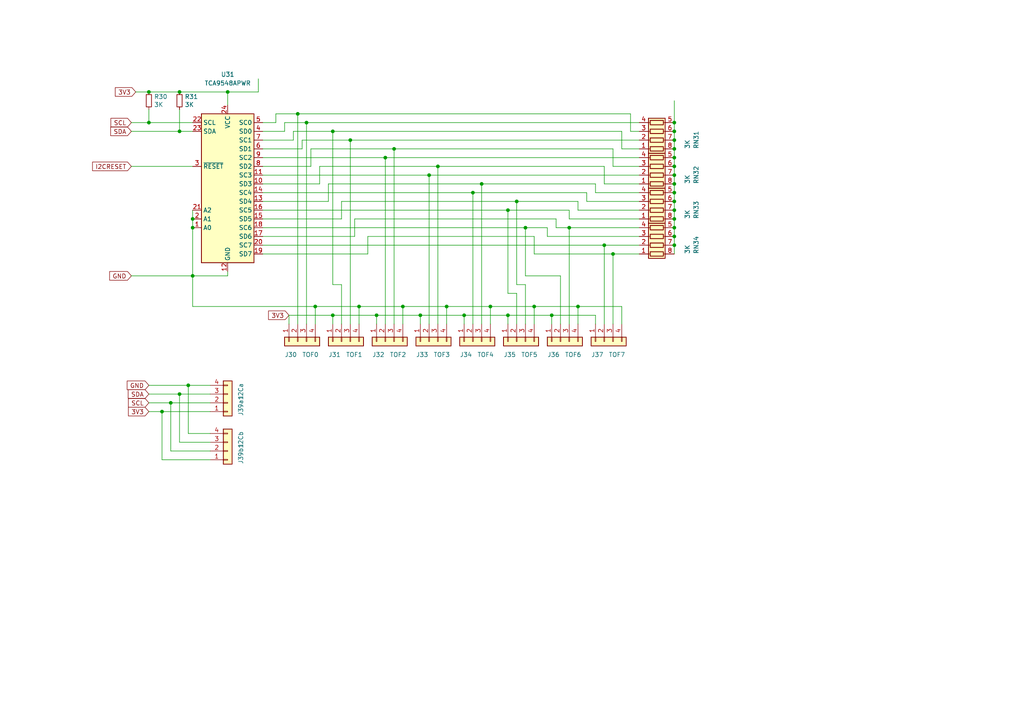
<source format=kicad_sch>
(kicad_sch (version 20250114) (generator "eeschema") (generator_version "9.0")
  (paper "A4")
  (lib_symbols
    (symbol "TeensyMonitorV5-rescue:Conn_01x04-Connector_Generic" (pin_names (offset 1.016) (hide yes))
      (property "Reference" "J" (at 0 5.08 0))
      (property "Value" "TeensyMonitorV5-rescue_Conn_01x04-Connector_Generic" (at 0 -7.62 0))
      (symbol "Conn_01x04-Connector_Generic_1_1"
        (rectangle (start -1.27 3.81) (end 1.27 -6.35) (stroke (width 0.254)) (fill (type background)))
        (rectangle (start -1.27 2.667) (end 0 2.413) (stroke (width 0.1524)))
        (rectangle (start -1.27 0.127) (end 0 -0.127) (stroke (width 0.1524)))
        (rectangle (start -1.27 -2.413) (end 0 -2.667) (stroke (width 0.1524)))
        (rectangle (start -1.27 -4.953) (end 0 -5.207) (stroke (width 0.1524)))
        (pin passive line (at -5.08 2.54 0) (length 3.81) (name "Pin_1") (number "1"))
        (pin passive line (at -5.08 0 0) (length 3.81) (name "Pin_2") (number "2"))
        (pin passive line (at -5.08 -2.54 0) (length 3.81) (name "Pin_3") (number "3"))
        (pin passive line (at -5.08 -5.08 0) (length 3.81) (name "Pin_4") (number "4"))
      )
    )
    (symbol "TeensyMonitorV5-rescue:R_Pack04-Device" (pin_names (offset 0) (hide yes))
      (property "Reference" "RN" (at -7.62 0 90))
      (property "Value" "TeensyMonitorV5-rescue_R_Pack04-Device" (at 5.08 0 90))
      (symbol "R_Pack04-Device_0_1"
        (rectangle (start -6.35 -2.413) (end 3.81 2.413) (stroke (width 0.254)) (fill (type background)))
        (rectangle (start -5.715 1.905) (end -4.445 -1.905) (stroke (width 0.254)))
        (polyline (pts (xy -5.08 1.905) (xy -5.08 2.54)))
        (polyline (pts (xy -5.08 -2.54) (xy -5.08 -1.905)))
        (rectangle (start -3.175 1.905) (end -1.905 -1.905) (stroke (width 0.254)))
        (polyline (pts (xy -2.54 1.905) (xy -2.54 2.54)))
        (polyline (pts (xy -2.54 -2.54) (xy -2.54 -1.905)))
        (rectangle (start -0.635 1.905) (end 0.635 -1.905) (stroke (width 0.254)))
        (polyline (pts (xy 0 1.905) (xy 0 2.54)))
        (polyline (pts (xy 0 -2.54) (xy 0 -1.905)))
        (rectangle (start 1.905 1.905) (end 3.175 -1.905) (stroke (width 0.254)))
        (polyline (pts (xy 2.54 1.905) (xy 2.54 2.54)))
        (polyline (pts (xy 2.54 -2.54) (xy 2.54 -1.905)))
      )
      (symbol "R_Pack04-Device_1_1"
        (pin passive line (at -5.08 5.08 270) (length 2.54) (name "R1.2") (number "8"))
        (pin passive line (at -5.08 -5.08 90) (length 2.54) (name "R1.1") (number "1"))
        (pin passive line (at -2.54 5.08 270) (length 2.54) (name "R2.2") (number "7"))
        (pin passive line (at -2.54 -5.08 90) (length 2.54) (name "R2.1") (number "2"))
        (pin passive line (at 0 5.08 270) (length 2.54) (name "R3.2") (number "6"))
        (pin passive line (at 0 -5.08 90) (length 2.54) (name "R3.1") (number "3"))
        (pin passive line (at 2.54 5.08 270) (length 2.54) (name "R4.2") (number "5"))
        (pin passive line (at 2.54 -5.08 90) (length 2.54) (name "R4.1") (number "4"))
      )
    )
    (symbol "TeensyMonitorV5-rescue:R_Small-Device" (pin_numbers (hide yes)) (pin_names (offset 0.254) (hide yes))
      (property "Reference" "R" (at 0.762 0.508 0))
      (property "Value" "TeensyMonitorV5-rescue_R_Small-Device" (at 0.762 -1.016 0))
      (symbol "R_Small-Device_0_1"
        (rectangle (start -0.762 1.778) (end 0.762 -1.778) (stroke (width 0.2032)))
      )
      (symbol "R_Small-Device_1_1"
        (pin passive line (at 0 2.54 270) (length 0.762) (name "~") (number "1"))
        (pin passive line (at 0 -2.54 90) (length 0.762) (name "~") (number "2"))
      )
    )
    (symbol "TeensyMonitorV5-rescue:TCA9548APWR-Interface_Expansion"
      (property "Reference" "U" (at -7.62 21.59 0))
      (property "Value" "TeensyMonitorV5-rescue_TCA9548APWR-Interface_Expansion" (at 1.016 21.59 0))
      (symbol "TCA9548APWR-Interface_Expansion_0_1"
        (rectangle (start -7.62 20.32) (end 7.62 -22.86) (stroke (width 0.254)) (fill (type background)))
      )
      (symbol "TCA9548APWR-Interface_Expansion_1_1"
        (pin input line (at -10.16 17.78 0) (length 2.54) (name "SCL") (number "22"))
        (pin bidirectional line (at -10.16 15.24 0) (length 2.54) (name "SDA") (number "23"))
        (pin input line (at -10.16 5.08 0) (length 2.54) (name "~{RESET}") (number "3"))
        (pin input line (at -10.16 -7.62 0) (length 2.54) (name "A2") (number "21"))
        (pin input line (at -10.16 -10.16 0) (length 2.54) (name "A1") (number "2"))
        (pin input line (at -10.16 -12.7 0) (length 2.54) (name "A0") (number "1"))
        (pin power_in line (at 0 22.86 270) (length 2.54) (name "VCC") (number "24"))
        (pin power_in line (at 0 -25.4 90) (length 2.54) (name "GND") (number "12"))
        (pin output line (at 10.16 17.78 180) (length 2.54) (name "SC0") (number "5"))
        (pin bidirectional line (at 10.16 15.24 180) (length 2.54) (name "SD0") (number "4"))
        (pin output line (at 10.16 12.7 180) (length 2.54) (name "SC1") (number "7"))
        (pin bidirectional line (at 10.16 10.16 180) (length 2.54) (name "SD1") (number "6"))
        (pin output line (at 10.16 7.62 180) (length 2.54) (name "SC2") (number "9"))
        (pin bidirectional line (at 10.16 5.08 180) (length 2.54) (name "SD2") (number "8"))
        (pin output line (at 10.16 2.54 180) (length 2.54) (name "SC3") (number "11"))
        (pin bidirectional line (at 10.16 0 180) (length 2.54) (name "SD3") (number "10"))
        (pin output line (at 10.16 -2.54 180) (length 2.54) (name "SC4") (number "14"))
        (pin bidirectional line (at 10.16 -5.08 180) (length 2.54) (name "SD4") (number "13"))
        (pin output line (at 10.16 -7.62 180) (length 2.54) (name "SC5") (number "16"))
        (pin bidirectional line (at 10.16 -10.16 180) (length 2.54) (name "SD5") (number "15"))
        (pin output line (at 10.16 -12.7 180) (length 2.54) (name "SC6") (number "18"))
        (pin bidirectional line (at 10.16 -15.24 180) (length 2.54) (name "SD6") (number "17"))
        (pin output line (at 10.16 -17.78 180) (length 2.54) (name "SC7") (number "20"))
        (pin bidirectional line (at 10.16 -20.32 180) (length 2.54) (name "SD7") (number "19"))
      )
    )
  )
  (junction (at 167.64 88.9))
  (junction (at 154.94 88.9))
  (junction (at 195.58 58.42))
  (junction (at 195.58 63.5))
  (junction (at 114.3 43.18))
  (junction (at 96.52 91.44))
  (junction (at 55.88 80.01))
  (junction (at 88.9 35.56))
  (junction (at 195.58 55.88))
  (junction (at 124.46 50.8))
  (junction (at 142.24 88.9))
  (junction (at 177.8 73.66))
  (junction (at 195.58 35.56))
  (junction (at 109.22 91.44))
  (junction (at 52.07 26.67))
  (junction (at 195.58 40.64))
  (junction (at 116.84 88.9))
  (junction (at 52.07 38.1))
  (junction (at 111.76 45.72))
  (junction (at 104.14 88.9))
  (junction (at 195.58 45.72))
  (junction (at 134.62 91.44))
  (junction (at 149.86 58.42))
  (junction (at 195.58 50.8))
  (junction (at 52.07 114.3))
  (junction (at 96.52 38.1))
  (junction (at 152.4 66.04))
  (junction (at 55.88 66.04))
  (junction (at 147.32 91.44))
  (junction (at 139.7 53.34))
  (junction (at 129.54 88.9))
  (junction (at 66.04 26.67))
  (junction (at 195.58 43.18))
  (junction (at 127 48.26))
  (junction (at 43.18 26.67))
  (junction (at 46.99 119.38))
  (junction (at 121.92 91.44))
  (junction (at 86.36 33.02))
  (junction (at 195.58 53.34))
  (junction (at 55.88 63.5))
  (junction (at 195.58 68.58))
  (junction (at 195.58 48.26))
  (junction (at 147.32 60.96))
  (junction (at 195.58 60.96))
  (junction (at 165.1 66.04))
  (junction (at 137.16 55.88))
  (junction (at 195.58 38.1))
  (junction (at 195.58 66.04))
  (junction (at 49.53 116.84))
  (junction (at 43.18 35.56))
  (junction (at 195.58 71.12))
  (junction (at 54.61 111.76))
  (junction (at 91.44 88.9))
  (junction (at 175.26 71.12))
  (junction (at 160.02 91.44))
  (junction (at 101.6 40.64))
  (wire (pts (xy 85.09 40.64) (xy 85.09 38.1)))
  (wire (pts (xy 87.63 40.64) (xy 101.6 40.64)))
  (wire (pts (xy 134.62 93.98) (xy 134.62 91.44)))
  (wire (pts (xy 177.8 48.26) (xy 185.42 48.26)))
  (wire (pts (xy 180.34 88.9) (xy 180.34 93.98)))
  (wire (pts (xy 127 48.26) (xy 175.26 48.26)))
  (wire (pts (xy 134.62 91.44) (xy 121.92 91.44)))
  (wire (pts (xy 139.7 93.98) (xy 139.7 53.34)))
  (wire (pts (xy 195.58 71.12) (xy 195.58 68.58)))
  (wire (pts (xy 162.56 80.01) (xy 152.4 80.01)))
  (wire (pts (xy 55.88 66.04) (xy 55.88 80.01)))
  (wire (pts (xy 161.29 63.5) (xy 161.29 66.04)))
  (wire (pts (xy 185.42 71.12) (xy 175.26 71.12)))
  (wire (pts (xy 96.52 82.55) (xy 96.52 38.1)))
  (wire (pts (xy 76.2 58.42) (xy 95.25 58.42)))
  (wire (pts (xy 92.71 48.26) (xy 127 48.26)))
  (wire (pts (xy 38.1 35.56) (xy 43.18 35.56)))
  (wire (pts (xy 142.24 93.98) (xy 142.24 88.9)))
  (wire (pts (xy 91.44 93.98) (xy 91.44 88.9)))
  (wire (pts (xy 95.25 53.34) (xy 139.7 53.34)))
  (wire (pts (xy 137.16 93.98) (xy 137.16 55.88)))
  (wire (pts (xy 55.88 66.04) (xy 55.88 63.5)))
  (wire (pts (xy 149.86 85.09) (xy 147.32 85.09)))
  (wire (pts (xy 102.87 68.58) (xy 102.87 63.5)))
  (wire (pts (xy 139.7 53.34) (xy 172.72 53.34)))
  (wire (pts (xy 106.68 73.66) (xy 106.68 68.58)))
  (wire (pts (xy 39.37 26.67) (xy 43.18 26.67)))
  (wire (pts (xy 165.1 60.96) (xy 147.32 60.96)))
  (wire (pts (xy 55.88 63.5) (xy 55.88 60.96)))
  (wire (pts (xy 38.1 38.1) (xy 52.07 38.1)))
  (wire (pts (xy 99.06 58.42) (xy 149.86 58.42)))
  (wire (pts (xy 54.61 111.76) (xy 54.61 125.73)))
  (wire (pts (xy 104.14 88.9) (xy 116.84 88.9)))
  (wire (pts (xy 152.4 93.98) (xy 152.4 82.55)))
  (wire (pts (xy 158.75 68.58) (xy 158.75 66.04)))
  (wire (pts (xy 95.25 58.42) (xy 95.25 53.34)))
  (wire (pts (xy 185.42 68.58) (xy 158.75 68.58)))
  (wire (pts (xy 74.93 22.86) (xy 74.93 26.67)))
  (wire (pts (xy 172.72 93.98) (xy 172.72 91.44)))
  (wire (pts (xy 165.1 66.04) (xy 185.42 66.04)))
  (wire (pts (xy 49.53 130.81) (xy 60.96 130.81)))
  (wire (pts (xy 54.61 125.73) (xy 60.96 125.73)))
  (wire (pts (xy 154.94 73.66) (xy 177.8 73.66)))
  (wire (pts (xy 195.58 73.66) (xy 195.58 71.12)))
  (wire (pts (xy 49.53 116.84) (xy 43.18 116.84)))
  (wire (pts (xy 82.55 38.1) (xy 82.55 35.56)))
  (wire (pts (xy 172.72 55.88) (xy 185.42 55.88)))
  (wire (pts (xy 90.17 43.18) (xy 114.3 43.18)))
  (wire (pts (xy 142.24 88.9) (xy 154.94 88.9)))
  (wire (pts (xy 66.04 80.01) (xy 66.04 78.74)))
  (wire (pts (xy 127 93.98) (xy 127 48.26)))
  (wire (pts (xy 195.58 50.8) (xy 195.58 48.26)))
  (wire (pts (xy 106.68 68.58) (xy 154.94 68.58)))
  (wire (pts (xy 121.92 93.98) (xy 121.92 91.44)))
  (wire (pts (xy 180.34 38.1) (xy 180.34 43.18)))
  (wire (pts (xy 60.96 111.76) (xy 54.61 111.76)))
  (wire (pts (xy 102.87 63.5) (xy 161.29 63.5)))
  (wire (pts (xy 195.58 66.04) (xy 195.58 63.5)))
  (wire (pts (xy 109.22 91.44) (xy 96.52 91.44)))
  (wire (pts (xy 101.6 40.64) (xy 101.6 93.98)))
  (wire (pts (xy 195.58 68.58) (xy 195.58 66.04)))
  (wire (pts (xy 124.46 50.8) (xy 124.46 93.98)))
  (wire (pts (xy 99.06 82.55) (xy 99.06 93.98)))
  (wire (pts (xy 114.3 43.18) (xy 177.8 43.18)))
  (wire (pts (xy 87.63 43.18) (xy 87.63 40.64)))
  (wire (pts (xy 167.64 60.96) (xy 185.42 60.96)))
  (wire (pts (xy 88.9 35.56) (xy 185.42 35.56)))
  (wire (pts (xy 76.2 53.34) (xy 92.71 53.34)))
  (wire (pts (xy 43.18 26.67) (xy 52.07 26.67)))
  (wire (pts (xy 195.58 48.26) (xy 195.58 45.72)))
  (wire (pts (xy 86.36 93.98) (xy 86.36 33.02)))
  (wire (pts (xy 167.64 88.9) (xy 180.34 88.9)))
  (wire (pts (xy 85.09 38.1) (xy 96.52 38.1)))
  (wire (pts (xy 114.3 43.18) (xy 114.3 93.98)))
  (wire (pts (xy 104.14 93.98) (xy 104.14 88.9)))
  (wire (pts (xy 38.1 48.26) (xy 55.88 48.26)))
  (wire (pts (xy 177.8 43.18) (xy 177.8 48.26)))
  (wire (pts (xy 147.32 60.96) (xy 76.2 60.96)))
  (wire (pts (xy 195.58 63.5) (xy 195.58 60.96)))
  (wire (pts (xy 185.42 58.42) (xy 170.18 58.42)))
  (wire (pts (xy 111.76 45.72) (xy 185.42 45.72)))
  (wire (pts (xy 149.86 93.98) (xy 149.86 85.09)))
  (wire (pts (xy 43.18 31.75) (xy 43.18 35.56)))
  (wire (pts (xy 38.1 80.01) (xy 55.88 80.01)))
  (wire (pts (xy 80.01 35.56) (xy 80.01 33.02)))
  (wire (pts (xy 165.1 93.98) (xy 165.1 66.04)))
  (wire (pts (xy 195.58 40.64) (xy 195.58 38.1)))
  (wire (pts (xy 96.52 38.1) (xy 180.34 38.1)))
  (wire (pts (xy 147.32 93.98) (xy 147.32 91.44)))
  (wire (pts (xy 182.88 38.1) (xy 185.42 38.1)))
  (wire (pts (xy 52.07 26.67) (xy 66.04 26.67)))
  (wire (pts (xy 149.86 82.55) (xy 149.86 58.42)))
  (wire (pts (xy 137.16 55.88) (xy 76.2 55.88)))
  (wire (pts (xy 154.94 68.58) (xy 154.94 73.66)))
  (wire (pts (xy 76.2 48.26) (xy 90.17 48.26)))
  (wire (pts (xy 76.2 40.64) (xy 85.09 40.64)))
  (wire (pts (xy 167.64 93.98) (xy 167.64 88.9)))
  (wire (pts (xy 74.93 26.67) (xy 66.04 26.67)))
  (wire (pts (xy 80.01 33.02) (xy 86.36 33.02)))
  (wire (pts (xy 55.88 88.9) (xy 91.44 88.9)))
  (wire (pts (xy 177.8 93.98) (xy 177.8 73.66)))
  (wire (pts (xy 43.18 119.38) (xy 46.99 119.38)))
  (wire (pts (xy 96.52 93.98) (xy 96.52 91.44)))
  (wire (pts (xy 116.84 88.9) (xy 129.54 88.9)))
  (wire (pts (xy 49.53 116.84) (xy 49.53 130.81)))
  (wire (pts (xy 52.07 128.27) (xy 60.96 128.27)))
  (wire (pts (xy 116.84 93.98) (xy 116.84 88.9)))
  (wire (pts (xy 66.04 26.67) (xy 66.04 30.48)))
  (wire (pts (xy 82.55 35.56) (xy 88.9 35.56)))
  (wire (pts (xy 195.58 53.34) (xy 195.58 50.8)))
  (wire (pts (xy 185.42 50.8) (xy 124.46 50.8)))
  (wire (pts (xy 175.26 93.98) (xy 175.26 71.12)))
  (wire (pts (xy 60.96 114.3) (xy 52.07 114.3)))
  (wire (pts (xy 76.2 73.66) (xy 106.68 73.66)))
  (wire (pts (xy 101.6 40.64) (xy 185.42 40.64)))
  (wire (pts (xy 52.07 31.75) (xy 52.07 38.1)))
  (wire (pts (xy 195.58 45.72) (xy 195.58 43.18)))
  (wire (pts (xy 52.07 114.3) (xy 43.18 114.3)))
  (wire (pts (xy 147.32 85.09) (xy 147.32 60.96)))
  (wire (pts (xy 161.29 66.04) (xy 165.1 66.04)))
  (wire (pts (xy 175.26 71.12) (xy 76.2 71.12)))
  (wire (pts (xy 46.99 133.35) (xy 60.96 133.35)))
  (wire (pts (xy 129.54 88.9) (xy 142.24 88.9)))
  (wire (pts (xy 55.88 88.9) (xy 55.88 80.01)))
  (wire (pts (xy 91.44 88.9) (xy 104.14 88.9)))
  (wire (pts (xy 158.75 66.04) (xy 152.4 66.04)))
  (wire (pts (xy 86.36 33.02) (xy 182.88 33.02)))
  (wire (pts (xy 96.52 91.44) (xy 83.82 91.44)))
  (wire (pts (xy 182.88 33.02) (xy 182.88 38.1)))
  (wire (pts (xy 43.18 35.56) (xy 55.88 35.56)))
  (wire (pts (xy 76.2 43.18) (xy 87.63 43.18)))
  (wire (pts (xy 52.07 114.3) (xy 52.07 128.27)))
  (wire (pts (xy 60.96 116.84) (xy 49.53 116.84)))
  (wire (pts (xy 175.26 48.26) (xy 175.26 53.34)))
  (wire (pts (xy 46.99 119.38) (xy 46.99 133.35)))
  (wire (pts (xy 170.18 55.88) (xy 137.16 55.88)))
  (wire (pts (xy 154.94 88.9) (xy 167.64 88.9)))
  (wire (pts (xy 90.17 48.26) (xy 90.17 43.18)))
  (wire (pts (xy 76.2 45.72) (xy 111.76 45.72)))
  (wire (pts (xy 180.34 43.18) (xy 185.42 43.18)))
  (wire (pts (xy 167.64 58.42) (xy 167.64 60.96)))
  (wire (pts (xy 52.07 38.1) (xy 55.88 38.1)))
  (wire (pts (xy 154.94 93.98) (xy 154.94 88.9)))
  (wire (pts (xy 172.72 91.44) (xy 160.02 91.44)))
  (wire (pts (xy 170.18 58.42) (xy 170.18 55.88)))
  (wire (pts (xy 43.18 111.76) (xy 54.61 111.76)))
  (wire (pts (xy 76.2 38.1) (xy 82.55 38.1)))
  (wire (pts (xy 177.8 73.66) (xy 185.42 73.66)))
  (wire (pts (xy 152.4 82.55) (xy 149.86 82.55)))
  (wire (pts (xy 175.26 53.34) (xy 185.42 53.34)))
  (wire (pts (xy 83.82 91.44) (xy 83.82 93.98)))
  (wire (pts (xy 55.88 80.01) (xy 66.04 80.01)))
  (wire (pts (xy 124.46 50.8) (xy 76.2 50.8)))
  (wire (pts (xy 195.58 58.42) (xy 195.58 55.88)))
  (wire (pts (xy 121.92 91.44) (xy 109.22 91.44)))
  (wire (pts (xy 165.1 63.5) (xy 165.1 60.96)))
  (wire (pts (xy 160.02 91.44) (xy 147.32 91.44)))
  (wire (pts (xy 152.4 66.04) (xy 76.2 66.04)))
  (wire (pts (xy 172.72 53.34) (xy 172.72 55.88)))
  (wire (pts (xy 92.71 53.34) (xy 92.71 48.26)))
  (wire (pts (xy 76.2 63.5) (xy 99.06 63.5)))
  (wire (pts (xy 109.22 93.98) (xy 109.22 91.44)))
  (wire (pts (xy 185.42 63.5) (xy 165.1 63.5)))
  (wire (pts (xy 76.2 35.56) (xy 80.01 35.56)))
  (wire (pts (xy 195.58 35.56) (xy 195.58 29.21)))
  (wire (pts (xy 76.2 68.58) (xy 102.87 68.58)))
  (wire (pts (xy 111.76 45.72) (xy 111.76 93.98)))
  (wire (pts (xy 195.58 55.88) (xy 195.58 53.34)))
  (wire (pts (xy 60.96 119.38) (xy 46.99 119.38)))
  (wire (pts (xy 88.9 93.98) (xy 88.9 35.56)))
  (wire (pts (xy 152.4 80.01) (xy 152.4 66.04)))
  (wire (pts (xy 195.58 38.1) (xy 195.58 35.56)))
  (wire (pts (xy 129.54 93.98) (xy 129.54 88.9)))
  (wire (pts (xy 195.58 60.96) (xy 195.58 58.42)))
  (wire (pts (xy 99.06 63.5) (xy 99.06 58.42)))
  (wire (pts (xy 149.86 58.42) (xy 167.64 58.42)))
  (wire (pts (xy 99.06 82.55) (xy 96.52 82.55)))
  (wire (pts (xy 160.02 93.98) (xy 160.02 91.44)))
  (wire (pts (xy 147.32 91.44) (xy 134.62 91.44)))
  (wire (pts (xy 162.56 93.98) (xy 162.56 80.01)))
  (wire (pts (xy 195.58 43.18) (xy 195.58 40.64)))
  (global_label "SCL" (shape input) (at 43.18 116.84 180) (property "Intersheetrefs" "${INTERSHEET_REFS}" (effects (hide yes))))
  (global_label "3V3" (shape input) (at 43.18 119.38 180) (property "Intersheetrefs" "${INTERSHEET_REFS}" (effects (hide yes))))
  (global_label "3V3" (shape input) (at 39.37 26.67 180) (property "Intersheetrefs" "${INTERSHEET_REFS}" (effects (hide yes))))
  (global_label "3V3" (shape input) (at 83.82 91.44 180) (property "Intersheetrefs" "${INTERSHEET_REFS}" (effects (hide yes))))
  (global_label "I2CRESET" (shape input) (at 38.1 48.26 180) (property "Intersheetrefs" "${INTERSHEET_REFS}" (effects (hide yes))))
  (global_label "SDA" (shape input) (at 43.18 114.3 180) (property "Intersheetrefs" "${INTERSHEET_REFS}" (effects (hide yes))))
  (global_label "SCL" (shape input) (at 38.1 35.56 180) (property "Intersheetrefs" "${INTERSHEET_REFS}" (effects (hide yes))))
  (global_label "GND" (shape input) (at 43.18 111.76 180) (property "Intersheetrefs" "${INTERSHEET_REFS}" (effects (hide yes))))
  (global_label "GND" (shape input) (at 38.1 80.01 180) (property "Intersheetrefs" "${INTERSHEET_REFS}" (effects (hide yes))))
  (global_label "SDA" (shape input) (at 38.1 38.1 180) (property "Intersheetrefs" "${INTERSHEET_REFS}" (effects (hide yes))))
  (symbol (lib_id "TeensyMonitorV5-rescue:Conn_01x04-Connector_Generic") (at 86.36 99.06 90) (mirror x) (unit 1)
    (property "Reference" "J30" (at 82.55 102.87 90) (effects (justify right)))
    (property "Value" "TOF0" (at 87.63 102.87 90) (effects (justify right)))
    (property "Footprint" "Connector_Molex:533750410" (effects (hide yes)))
  )
  (symbol (lib_id "TeensyMonitorV5-rescue:Conn_01x04-Connector_Generic") (at 99.06 99.06 90) (mirror x) (unit 1)
    (property "Reference" "J31" (at 95.25 102.87 90) (effects (justify right)))
    (property "Value" "TOF1" (at 100.33 102.87 90) (effects (justify right)))
    (property "Footprint" "Connector_Molex:533750410" (effects (hide yes)))
  )
  (symbol (lib_id "TeensyMonitorV5-rescue:Conn_01x04-Connector_Generic") (at 111.76 99.06 90) (mirror x) (unit 1)
    (property "Reference" "J32" (at 107.95 102.87 90) (effects (justify right)))
    (property "Value" "TOF2" (at 113.03 102.87 90) (effects (justify right)))
    (property "Footprint" "Connector_Molex:533750410" (effects (hide yes)))
  )
  (symbol (lib_id "TeensyMonitorV5-rescue:Conn_01x04-Connector_Generic") (at 124.46 99.06 90) (mirror x) (unit 1)
    (property "Reference" "J33" (at 120.65 102.87 90) (effects (justify right)))
    (property "Value" "TOF3" (at 125.73 102.87 90) (effects (justify right)))
    (property "Footprint" "Connector_Molex:533750410" (effects (hide yes)))
  )
  (symbol (lib_id "TeensyMonitorV5-rescue:Conn_01x04-Connector_Generic") (at 137.16 99.06 90) (mirror x) (unit 1)
    (property "Reference" "J34" (at 133.35 102.87 90) (effects (justify right)))
    (property "Value" "TOF4" (at 138.43 102.87 90) (effects (justify right)))
    (property "Footprint" "Connector_Molex:533750410" (effects (hide yes)))
  )
  (symbol (lib_id "TeensyMonitorV5-rescue:Conn_01x04-Connector_Generic") (at 149.86 99.06 90) (mirror x) (unit 1)
    (property "Reference" "J35" (at 146.05 102.87 90) (effects (justify right)))
    (property "Value" "TOF5" (at 151.13 102.87 90) (effects (justify right)))
    (property "Footprint" "Connector_Molex:533750410" (effects (hide yes)))
  )
  (symbol (lib_id "TeensyMonitorV5-rescue:Conn_01x04-Connector_Generic") (at 162.56 99.06 90) (mirror x) (unit 1)
    (property "Reference" "J36" (at 158.75 102.87 90) (effects (justify right)))
    (property "Value" "TOF6" (at 163.83 102.87 90) (effects (justify right)))
    (property "Footprint" "Connector_Molex:533750410" (effects (hide yes)))
  )
  (symbol (lib_id "TeensyMonitorV5-rescue:Conn_01x04-Connector_Generic") (at 175.26 99.06 90) (mirror x) (unit 1)
    (property "Reference" "J37" (at 171.45 102.87 90) (effects (justify right)))
    (property "Value" "TOF7" (at 176.53 102.87 90) (effects (justify right)))
    (property "Footprint" "Connector_Molex:533750410" (effects (hide yes)))
  )
  (symbol (lib_id "TeensyMonitorV5-rescue:TCA9548APWR-Interface_Expansion") (at 66.04 53.34 0) (unit 1)
    (property "Reference" "U31" (at 66.04 21.59 0))
    (property "Value" "TCA9548APWR" (at 66.04 24.13 0))
    (property "Footprint" "Package_SO:TSSOP-24_4.4x7.8mm_P0.65mm" (effects (hide yes)))
    (property "Datasheet" "http://www.ti.com/lit/ds/symlink/tca9548a.pdf" (effects (hide yes)))
    (property "LCSC" "TCA9548APWR" (effects (hide yes)))
  )
  (symbol (lib_id "TeensyMonitorV5-rescue:R_Pack04-Device") (at 190.5 38.1 270) (mirror x) (unit 1)
    (property "Reference" "RN31" (at 201.93 43.18 0) (effects (justify left)))
    (property "Value" "3K" (at 199.39 43.18 0) (effects (justify left)))
    (property "Footprint" "Resistor_SMD:R_Array_Convex_4x0603" (effects (hide yes)))
    (property "LCSC" "RC-ML08W302JT" (effects (hide yes)))
  )
  (symbol (lib_id "TeensyMonitorV5-rescue:R_Small-Device") (at 43.18 29.21 0) (unit 1)
    (property "Reference" "R30" (at 44.6786 28.0416 0) (effects (justify left)))
    (property "Value" "3K" (at 44.6786 30.353 0) (effects (justify left)))
    (property "Footprint" "Resistor_SMD:R_0603_1608Metric" (effects (hide yes)))
    (property "LCSC" "0603WAF3001T5E" (effects (hide yes)))
  )
  (symbol (lib_id "TeensyMonitorV5-rescue:R_Small-Device") (at 52.07 29.21 0) (unit 1)
    (property "Reference" "R31" (at 53.5686 28.0416 0) (effects (justify left)))
    (property "Value" "3K" (at 53.5686 30.353 0) (effects (justify left)))
    (property "Footprint" "Resistor_SMD:R_0603_1608Metric" (effects (hide yes)))
    (property "LCSC" "0603WAF3001T5E" (effects (hide yes)))
  )
  (symbol (lib_id "TeensyMonitorV5-rescue:R_Pack04-Device") (at 190.5 48.26 270) (mirror x) (unit 1)
    (property "Reference" "RN32" (at 201.93 53.34 0) (effects (justify left)))
    (property "Value" "3K" (at 199.39 53.34 0) (effects (justify left)))
    (property "Footprint" "Resistor_SMD:R_Array_Convex_4x0603" (effects (hide yes)))
    (property "LCSC" "RC-ML08W302JT" (effects (hide yes)))
  )
  (symbol (lib_id "TeensyMonitorV5-rescue:R_Pack04-Device") (at 190.5 58.42 270) (mirror x) (unit 1)
    (property "Reference" "RN33" (at 201.93 63.5 0) (effects (justify left)))
    (property "Value" "3K" (at 199.39 63.5 0) (effects (justify left)))
    (property "Footprint" "Resistor_SMD:R_Array_Convex_4x0603" (effects (hide yes)))
    (property "LCSC" "RC-ML08W302JT" (effects (hide yes)))
  )
  (symbol (lib_id "TeensyMonitorV5-rescue:R_Pack04-Device") (at 190.5 68.58 270) (mirror x) (unit 1)
    (property "Reference" "RN34" (at 201.93 73.66 0) (effects (justify left)))
    (property "Value" "3K" (at 199.39 73.66 0) (effects (justify left)))
    (property "Footprint" "Resistor_SMD:R_Array_Convex_4x0603" (effects (hide yes)))
    (property "LCSC" "RC-ML08W302JT" (effects (hide yes)))
  )
  (symbol (lib_id "TeensyMonitorV5-rescue:Conn_01x04-Connector_Generic") (at 66.04 116.84 0) (mirror x) (unit 1)
    (property "Reference" "J39a1" (at 69.85 120.65 90) (effects (justify right)))
    (property "Value" "I2Ca" (at 69.85 115.57 90) (effects (justify right)))
    (property "Footprint" "Connector_Molex:533750410" (effects (hide yes)))
  )
  (symbol (lib_id "TeensyMonitorV5-rescue:Conn_01x04-Connector_Generic") (at 66.04 130.81 0) (mirror x) (unit 1)
    (property "Reference" "J39b1" (at 69.85 134.62 90) (effects (justify right)))
    (property "Value" "I2Cb" (at 69.85 129.54 90) (effects (justify right)))
    (property "Footprint" "Connector_Molex:533750410" (effects (hide yes)))
  )
)
</source>
